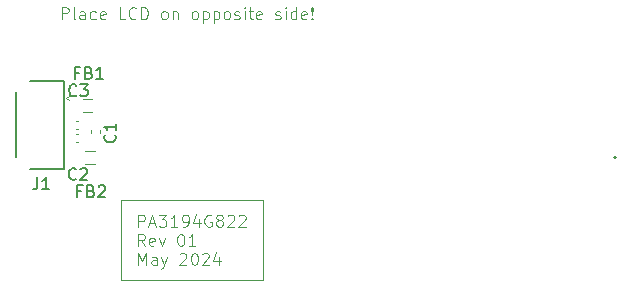
<source format=gbr>
%TF.GenerationSoftware,KiCad,Pcbnew,8.0.2*%
%TF.CreationDate,2024-05-05T22:58:05+02:00*%
%TF.ProjectId,PA3194G822_R01,50413331-3934-4473-9832-325f5230312e,A*%
%TF.SameCoordinates,Original*%
%TF.FileFunction,Legend,Top*%
%TF.FilePolarity,Positive*%
%FSLAX46Y46*%
G04 Gerber Fmt 4.6, Leading zero omitted, Abs format (unit mm)*
G04 Created by KiCad (PCBNEW 8.0.2) date 2024-05-05 22:58:05*
%MOMM*%
%LPD*%
G01*
G04 APERTURE LIST*
%ADD10C,0.100000*%
%ADD11C,0.150000*%
%ADD12C,0.120000*%
%ADD13C,0.152400*%
%ADD14C,0.200000*%
G04 APERTURE END LIST*
D10*
X111725000Y-106325000D02*
X123775000Y-106325000D01*
X123775000Y-113100000D01*
X111725000Y-113100000D01*
X111725000Y-106325000D01*
X106728884Y-91047419D02*
X106728884Y-90047419D01*
X106728884Y-90047419D02*
X107109836Y-90047419D01*
X107109836Y-90047419D02*
X107205074Y-90095038D01*
X107205074Y-90095038D02*
X107252693Y-90142657D01*
X107252693Y-90142657D02*
X107300312Y-90237895D01*
X107300312Y-90237895D02*
X107300312Y-90380752D01*
X107300312Y-90380752D02*
X107252693Y-90475990D01*
X107252693Y-90475990D02*
X107205074Y-90523609D01*
X107205074Y-90523609D02*
X107109836Y-90571228D01*
X107109836Y-90571228D02*
X106728884Y-90571228D01*
X107871741Y-91047419D02*
X107776503Y-90999800D01*
X107776503Y-90999800D02*
X107728884Y-90904561D01*
X107728884Y-90904561D02*
X107728884Y-90047419D01*
X108681265Y-91047419D02*
X108681265Y-90523609D01*
X108681265Y-90523609D02*
X108633646Y-90428371D01*
X108633646Y-90428371D02*
X108538408Y-90380752D01*
X108538408Y-90380752D02*
X108347932Y-90380752D01*
X108347932Y-90380752D02*
X108252694Y-90428371D01*
X108681265Y-90999800D02*
X108586027Y-91047419D01*
X108586027Y-91047419D02*
X108347932Y-91047419D01*
X108347932Y-91047419D02*
X108252694Y-90999800D01*
X108252694Y-90999800D02*
X108205075Y-90904561D01*
X108205075Y-90904561D02*
X108205075Y-90809323D01*
X108205075Y-90809323D02*
X108252694Y-90714085D01*
X108252694Y-90714085D02*
X108347932Y-90666466D01*
X108347932Y-90666466D02*
X108586027Y-90666466D01*
X108586027Y-90666466D02*
X108681265Y-90618847D01*
X109586027Y-90999800D02*
X109490789Y-91047419D01*
X109490789Y-91047419D02*
X109300313Y-91047419D01*
X109300313Y-91047419D02*
X109205075Y-90999800D01*
X109205075Y-90999800D02*
X109157456Y-90952180D01*
X109157456Y-90952180D02*
X109109837Y-90856942D01*
X109109837Y-90856942D02*
X109109837Y-90571228D01*
X109109837Y-90571228D02*
X109157456Y-90475990D01*
X109157456Y-90475990D02*
X109205075Y-90428371D01*
X109205075Y-90428371D02*
X109300313Y-90380752D01*
X109300313Y-90380752D02*
X109490789Y-90380752D01*
X109490789Y-90380752D02*
X109586027Y-90428371D01*
X110395551Y-90999800D02*
X110300313Y-91047419D01*
X110300313Y-91047419D02*
X110109837Y-91047419D01*
X110109837Y-91047419D02*
X110014599Y-90999800D01*
X110014599Y-90999800D02*
X109966980Y-90904561D01*
X109966980Y-90904561D02*
X109966980Y-90523609D01*
X109966980Y-90523609D02*
X110014599Y-90428371D01*
X110014599Y-90428371D02*
X110109837Y-90380752D01*
X110109837Y-90380752D02*
X110300313Y-90380752D01*
X110300313Y-90380752D02*
X110395551Y-90428371D01*
X110395551Y-90428371D02*
X110443170Y-90523609D01*
X110443170Y-90523609D02*
X110443170Y-90618847D01*
X110443170Y-90618847D02*
X109966980Y-90714085D01*
X112109837Y-91047419D02*
X111633647Y-91047419D01*
X111633647Y-91047419D02*
X111633647Y-90047419D01*
X113014599Y-90952180D02*
X112966980Y-90999800D01*
X112966980Y-90999800D02*
X112824123Y-91047419D01*
X112824123Y-91047419D02*
X112728885Y-91047419D01*
X112728885Y-91047419D02*
X112586028Y-90999800D01*
X112586028Y-90999800D02*
X112490790Y-90904561D01*
X112490790Y-90904561D02*
X112443171Y-90809323D01*
X112443171Y-90809323D02*
X112395552Y-90618847D01*
X112395552Y-90618847D02*
X112395552Y-90475990D01*
X112395552Y-90475990D02*
X112443171Y-90285514D01*
X112443171Y-90285514D02*
X112490790Y-90190276D01*
X112490790Y-90190276D02*
X112586028Y-90095038D01*
X112586028Y-90095038D02*
X112728885Y-90047419D01*
X112728885Y-90047419D02*
X112824123Y-90047419D01*
X112824123Y-90047419D02*
X112966980Y-90095038D01*
X112966980Y-90095038D02*
X113014599Y-90142657D01*
X113443171Y-91047419D02*
X113443171Y-90047419D01*
X113443171Y-90047419D02*
X113681266Y-90047419D01*
X113681266Y-90047419D02*
X113824123Y-90095038D01*
X113824123Y-90095038D02*
X113919361Y-90190276D01*
X113919361Y-90190276D02*
X113966980Y-90285514D01*
X113966980Y-90285514D02*
X114014599Y-90475990D01*
X114014599Y-90475990D02*
X114014599Y-90618847D01*
X114014599Y-90618847D02*
X113966980Y-90809323D01*
X113966980Y-90809323D02*
X113919361Y-90904561D01*
X113919361Y-90904561D02*
X113824123Y-90999800D01*
X113824123Y-90999800D02*
X113681266Y-91047419D01*
X113681266Y-91047419D02*
X113443171Y-91047419D01*
X115347933Y-91047419D02*
X115252695Y-90999800D01*
X115252695Y-90999800D02*
X115205076Y-90952180D01*
X115205076Y-90952180D02*
X115157457Y-90856942D01*
X115157457Y-90856942D02*
X115157457Y-90571228D01*
X115157457Y-90571228D02*
X115205076Y-90475990D01*
X115205076Y-90475990D02*
X115252695Y-90428371D01*
X115252695Y-90428371D02*
X115347933Y-90380752D01*
X115347933Y-90380752D02*
X115490790Y-90380752D01*
X115490790Y-90380752D02*
X115586028Y-90428371D01*
X115586028Y-90428371D02*
X115633647Y-90475990D01*
X115633647Y-90475990D02*
X115681266Y-90571228D01*
X115681266Y-90571228D02*
X115681266Y-90856942D01*
X115681266Y-90856942D02*
X115633647Y-90952180D01*
X115633647Y-90952180D02*
X115586028Y-90999800D01*
X115586028Y-90999800D02*
X115490790Y-91047419D01*
X115490790Y-91047419D02*
X115347933Y-91047419D01*
X116109838Y-90380752D02*
X116109838Y-91047419D01*
X116109838Y-90475990D02*
X116157457Y-90428371D01*
X116157457Y-90428371D02*
X116252695Y-90380752D01*
X116252695Y-90380752D02*
X116395552Y-90380752D01*
X116395552Y-90380752D02*
X116490790Y-90428371D01*
X116490790Y-90428371D02*
X116538409Y-90523609D01*
X116538409Y-90523609D02*
X116538409Y-91047419D01*
X117919362Y-91047419D02*
X117824124Y-90999800D01*
X117824124Y-90999800D02*
X117776505Y-90952180D01*
X117776505Y-90952180D02*
X117728886Y-90856942D01*
X117728886Y-90856942D02*
X117728886Y-90571228D01*
X117728886Y-90571228D02*
X117776505Y-90475990D01*
X117776505Y-90475990D02*
X117824124Y-90428371D01*
X117824124Y-90428371D02*
X117919362Y-90380752D01*
X117919362Y-90380752D02*
X118062219Y-90380752D01*
X118062219Y-90380752D02*
X118157457Y-90428371D01*
X118157457Y-90428371D02*
X118205076Y-90475990D01*
X118205076Y-90475990D02*
X118252695Y-90571228D01*
X118252695Y-90571228D02*
X118252695Y-90856942D01*
X118252695Y-90856942D02*
X118205076Y-90952180D01*
X118205076Y-90952180D02*
X118157457Y-90999800D01*
X118157457Y-90999800D02*
X118062219Y-91047419D01*
X118062219Y-91047419D02*
X117919362Y-91047419D01*
X118681267Y-90380752D02*
X118681267Y-91380752D01*
X118681267Y-90428371D02*
X118776505Y-90380752D01*
X118776505Y-90380752D02*
X118966981Y-90380752D01*
X118966981Y-90380752D02*
X119062219Y-90428371D01*
X119062219Y-90428371D02*
X119109838Y-90475990D01*
X119109838Y-90475990D02*
X119157457Y-90571228D01*
X119157457Y-90571228D02*
X119157457Y-90856942D01*
X119157457Y-90856942D02*
X119109838Y-90952180D01*
X119109838Y-90952180D02*
X119062219Y-90999800D01*
X119062219Y-90999800D02*
X118966981Y-91047419D01*
X118966981Y-91047419D02*
X118776505Y-91047419D01*
X118776505Y-91047419D02*
X118681267Y-90999800D01*
X119586029Y-90380752D02*
X119586029Y-91380752D01*
X119586029Y-90428371D02*
X119681267Y-90380752D01*
X119681267Y-90380752D02*
X119871743Y-90380752D01*
X119871743Y-90380752D02*
X119966981Y-90428371D01*
X119966981Y-90428371D02*
X120014600Y-90475990D01*
X120014600Y-90475990D02*
X120062219Y-90571228D01*
X120062219Y-90571228D02*
X120062219Y-90856942D01*
X120062219Y-90856942D02*
X120014600Y-90952180D01*
X120014600Y-90952180D02*
X119966981Y-90999800D01*
X119966981Y-90999800D02*
X119871743Y-91047419D01*
X119871743Y-91047419D02*
X119681267Y-91047419D01*
X119681267Y-91047419D02*
X119586029Y-90999800D01*
X120633648Y-91047419D02*
X120538410Y-90999800D01*
X120538410Y-90999800D02*
X120490791Y-90952180D01*
X120490791Y-90952180D02*
X120443172Y-90856942D01*
X120443172Y-90856942D02*
X120443172Y-90571228D01*
X120443172Y-90571228D02*
X120490791Y-90475990D01*
X120490791Y-90475990D02*
X120538410Y-90428371D01*
X120538410Y-90428371D02*
X120633648Y-90380752D01*
X120633648Y-90380752D02*
X120776505Y-90380752D01*
X120776505Y-90380752D02*
X120871743Y-90428371D01*
X120871743Y-90428371D02*
X120919362Y-90475990D01*
X120919362Y-90475990D02*
X120966981Y-90571228D01*
X120966981Y-90571228D02*
X120966981Y-90856942D01*
X120966981Y-90856942D02*
X120919362Y-90952180D01*
X120919362Y-90952180D02*
X120871743Y-90999800D01*
X120871743Y-90999800D02*
X120776505Y-91047419D01*
X120776505Y-91047419D02*
X120633648Y-91047419D01*
X121347934Y-90999800D02*
X121443172Y-91047419D01*
X121443172Y-91047419D02*
X121633648Y-91047419D01*
X121633648Y-91047419D02*
X121728886Y-90999800D01*
X121728886Y-90999800D02*
X121776505Y-90904561D01*
X121776505Y-90904561D02*
X121776505Y-90856942D01*
X121776505Y-90856942D02*
X121728886Y-90761704D01*
X121728886Y-90761704D02*
X121633648Y-90714085D01*
X121633648Y-90714085D02*
X121490791Y-90714085D01*
X121490791Y-90714085D02*
X121395553Y-90666466D01*
X121395553Y-90666466D02*
X121347934Y-90571228D01*
X121347934Y-90571228D02*
X121347934Y-90523609D01*
X121347934Y-90523609D02*
X121395553Y-90428371D01*
X121395553Y-90428371D02*
X121490791Y-90380752D01*
X121490791Y-90380752D02*
X121633648Y-90380752D01*
X121633648Y-90380752D02*
X121728886Y-90428371D01*
X122205077Y-91047419D02*
X122205077Y-90380752D01*
X122205077Y-90047419D02*
X122157458Y-90095038D01*
X122157458Y-90095038D02*
X122205077Y-90142657D01*
X122205077Y-90142657D02*
X122252696Y-90095038D01*
X122252696Y-90095038D02*
X122205077Y-90047419D01*
X122205077Y-90047419D02*
X122205077Y-90142657D01*
X122538410Y-90380752D02*
X122919362Y-90380752D01*
X122681267Y-90047419D02*
X122681267Y-90904561D01*
X122681267Y-90904561D02*
X122728886Y-90999800D01*
X122728886Y-90999800D02*
X122824124Y-91047419D01*
X122824124Y-91047419D02*
X122919362Y-91047419D01*
X123633648Y-90999800D02*
X123538410Y-91047419D01*
X123538410Y-91047419D02*
X123347934Y-91047419D01*
X123347934Y-91047419D02*
X123252696Y-90999800D01*
X123252696Y-90999800D02*
X123205077Y-90904561D01*
X123205077Y-90904561D02*
X123205077Y-90523609D01*
X123205077Y-90523609D02*
X123252696Y-90428371D01*
X123252696Y-90428371D02*
X123347934Y-90380752D01*
X123347934Y-90380752D02*
X123538410Y-90380752D01*
X123538410Y-90380752D02*
X123633648Y-90428371D01*
X123633648Y-90428371D02*
X123681267Y-90523609D01*
X123681267Y-90523609D02*
X123681267Y-90618847D01*
X123681267Y-90618847D02*
X123205077Y-90714085D01*
X124824125Y-90999800D02*
X124919363Y-91047419D01*
X124919363Y-91047419D02*
X125109839Y-91047419D01*
X125109839Y-91047419D02*
X125205077Y-90999800D01*
X125205077Y-90999800D02*
X125252696Y-90904561D01*
X125252696Y-90904561D02*
X125252696Y-90856942D01*
X125252696Y-90856942D02*
X125205077Y-90761704D01*
X125205077Y-90761704D02*
X125109839Y-90714085D01*
X125109839Y-90714085D02*
X124966982Y-90714085D01*
X124966982Y-90714085D02*
X124871744Y-90666466D01*
X124871744Y-90666466D02*
X124824125Y-90571228D01*
X124824125Y-90571228D02*
X124824125Y-90523609D01*
X124824125Y-90523609D02*
X124871744Y-90428371D01*
X124871744Y-90428371D02*
X124966982Y-90380752D01*
X124966982Y-90380752D02*
X125109839Y-90380752D01*
X125109839Y-90380752D02*
X125205077Y-90428371D01*
X125681268Y-91047419D02*
X125681268Y-90380752D01*
X125681268Y-90047419D02*
X125633649Y-90095038D01*
X125633649Y-90095038D02*
X125681268Y-90142657D01*
X125681268Y-90142657D02*
X125728887Y-90095038D01*
X125728887Y-90095038D02*
X125681268Y-90047419D01*
X125681268Y-90047419D02*
X125681268Y-90142657D01*
X126586029Y-91047419D02*
X126586029Y-90047419D01*
X126586029Y-90999800D02*
X126490791Y-91047419D01*
X126490791Y-91047419D02*
X126300315Y-91047419D01*
X126300315Y-91047419D02*
X126205077Y-90999800D01*
X126205077Y-90999800D02*
X126157458Y-90952180D01*
X126157458Y-90952180D02*
X126109839Y-90856942D01*
X126109839Y-90856942D02*
X126109839Y-90571228D01*
X126109839Y-90571228D02*
X126157458Y-90475990D01*
X126157458Y-90475990D02*
X126205077Y-90428371D01*
X126205077Y-90428371D02*
X126300315Y-90380752D01*
X126300315Y-90380752D02*
X126490791Y-90380752D01*
X126490791Y-90380752D02*
X126586029Y-90428371D01*
X127443172Y-90999800D02*
X127347934Y-91047419D01*
X127347934Y-91047419D02*
X127157458Y-91047419D01*
X127157458Y-91047419D02*
X127062220Y-90999800D01*
X127062220Y-90999800D02*
X127014601Y-90904561D01*
X127014601Y-90904561D02*
X127014601Y-90523609D01*
X127014601Y-90523609D02*
X127062220Y-90428371D01*
X127062220Y-90428371D02*
X127157458Y-90380752D01*
X127157458Y-90380752D02*
X127347934Y-90380752D01*
X127347934Y-90380752D02*
X127443172Y-90428371D01*
X127443172Y-90428371D02*
X127490791Y-90523609D01*
X127490791Y-90523609D02*
X127490791Y-90618847D01*
X127490791Y-90618847D02*
X127014601Y-90714085D01*
X127919363Y-90952180D02*
X127966982Y-90999800D01*
X127966982Y-90999800D02*
X127919363Y-91047419D01*
X127919363Y-91047419D02*
X127871744Y-90999800D01*
X127871744Y-90999800D02*
X127919363Y-90952180D01*
X127919363Y-90952180D02*
X127919363Y-91047419D01*
X127919363Y-90666466D02*
X127871744Y-90095038D01*
X127871744Y-90095038D02*
X127919363Y-90047419D01*
X127919363Y-90047419D02*
X127966982Y-90095038D01*
X127966982Y-90095038D02*
X127919363Y-90666466D01*
X127919363Y-90666466D02*
X127919363Y-90047419D01*
X113191384Y-108627531D02*
X113191384Y-107627531D01*
X113191384Y-107627531D02*
X113572336Y-107627531D01*
X113572336Y-107627531D02*
X113667574Y-107675150D01*
X113667574Y-107675150D02*
X113715193Y-107722769D01*
X113715193Y-107722769D02*
X113762812Y-107818007D01*
X113762812Y-107818007D02*
X113762812Y-107960864D01*
X113762812Y-107960864D02*
X113715193Y-108056102D01*
X113715193Y-108056102D02*
X113667574Y-108103721D01*
X113667574Y-108103721D02*
X113572336Y-108151340D01*
X113572336Y-108151340D02*
X113191384Y-108151340D01*
X114143765Y-108341816D02*
X114619955Y-108341816D01*
X114048527Y-108627531D02*
X114381860Y-107627531D01*
X114381860Y-107627531D02*
X114715193Y-108627531D01*
X114953289Y-107627531D02*
X115572336Y-107627531D01*
X115572336Y-107627531D02*
X115239003Y-108008483D01*
X115239003Y-108008483D02*
X115381860Y-108008483D01*
X115381860Y-108008483D02*
X115477098Y-108056102D01*
X115477098Y-108056102D02*
X115524717Y-108103721D01*
X115524717Y-108103721D02*
X115572336Y-108198959D01*
X115572336Y-108198959D02*
X115572336Y-108437054D01*
X115572336Y-108437054D02*
X115524717Y-108532292D01*
X115524717Y-108532292D02*
X115477098Y-108579912D01*
X115477098Y-108579912D02*
X115381860Y-108627531D01*
X115381860Y-108627531D02*
X115096146Y-108627531D01*
X115096146Y-108627531D02*
X115000908Y-108579912D01*
X115000908Y-108579912D02*
X114953289Y-108532292D01*
X116524717Y-108627531D02*
X115953289Y-108627531D01*
X116239003Y-108627531D02*
X116239003Y-107627531D01*
X116239003Y-107627531D02*
X116143765Y-107770388D01*
X116143765Y-107770388D02*
X116048527Y-107865626D01*
X116048527Y-107865626D02*
X115953289Y-107913245D01*
X117000908Y-108627531D02*
X117191384Y-108627531D01*
X117191384Y-108627531D02*
X117286622Y-108579912D01*
X117286622Y-108579912D02*
X117334241Y-108532292D01*
X117334241Y-108532292D02*
X117429479Y-108389435D01*
X117429479Y-108389435D02*
X117477098Y-108198959D01*
X117477098Y-108198959D02*
X117477098Y-107818007D01*
X117477098Y-107818007D02*
X117429479Y-107722769D01*
X117429479Y-107722769D02*
X117381860Y-107675150D01*
X117381860Y-107675150D02*
X117286622Y-107627531D01*
X117286622Y-107627531D02*
X117096146Y-107627531D01*
X117096146Y-107627531D02*
X117000908Y-107675150D01*
X117000908Y-107675150D02*
X116953289Y-107722769D01*
X116953289Y-107722769D02*
X116905670Y-107818007D01*
X116905670Y-107818007D02*
X116905670Y-108056102D01*
X116905670Y-108056102D02*
X116953289Y-108151340D01*
X116953289Y-108151340D02*
X117000908Y-108198959D01*
X117000908Y-108198959D02*
X117096146Y-108246578D01*
X117096146Y-108246578D02*
X117286622Y-108246578D01*
X117286622Y-108246578D02*
X117381860Y-108198959D01*
X117381860Y-108198959D02*
X117429479Y-108151340D01*
X117429479Y-108151340D02*
X117477098Y-108056102D01*
X118334241Y-107960864D02*
X118334241Y-108627531D01*
X118096146Y-107579912D02*
X117858051Y-108294197D01*
X117858051Y-108294197D02*
X118477098Y-108294197D01*
X119381860Y-107675150D02*
X119286622Y-107627531D01*
X119286622Y-107627531D02*
X119143765Y-107627531D01*
X119143765Y-107627531D02*
X119000908Y-107675150D01*
X119000908Y-107675150D02*
X118905670Y-107770388D01*
X118905670Y-107770388D02*
X118858051Y-107865626D01*
X118858051Y-107865626D02*
X118810432Y-108056102D01*
X118810432Y-108056102D02*
X118810432Y-108198959D01*
X118810432Y-108198959D02*
X118858051Y-108389435D01*
X118858051Y-108389435D02*
X118905670Y-108484673D01*
X118905670Y-108484673D02*
X119000908Y-108579912D01*
X119000908Y-108579912D02*
X119143765Y-108627531D01*
X119143765Y-108627531D02*
X119239003Y-108627531D01*
X119239003Y-108627531D02*
X119381860Y-108579912D01*
X119381860Y-108579912D02*
X119429479Y-108532292D01*
X119429479Y-108532292D02*
X119429479Y-108198959D01*
X119429479Y-108198959D02*
X119239003Y-108198959D01*
X120000908Y-108056102D02*
X119905670Y-108008483D01*
X119905670Y-108008483D02*
X119858051Y-107960864D01*
X119858051Y-107960864D02*
X119810432Y-107865626D01*
X119810432Y-107865626D02*
X119810432Y-107818007D01*
X119810432Y-107818007D02*
X119858051Y-107722769D01*
X119858051Y-107722769D02*
X119905670Y-107675150D01*
X119905670Y-107675150D02*
X120000908Y-107627531D01*
X120000908Y-107627531D02*
X120191384Y-107627531D01*
X120191384Y-107627531D02*
X120286622Y-107675150D01*
X120286622Y-107675150D02*
X120334241Y-107722769D01*
X120334241Y-107722769D02*
X120381860Y-107818007D01*
X120381860Y-107818007D02*
X120381860Y-107865626D01*
X120381860Y-107865626D02*
X120334241Y-107960864D01*
X120334241Y-107960864D02*
X120286622Y-108008483D01*
X120286622Y-108008483D02*
X120191384Y-108056102D01*
X120191384Y-108056102D02*
X120000908Y-108056102D01*
X120000908Y-108056102D02*
X119905670Y-108103721D01*
X119905670Y-108103721D02*
X119858051Y-108151340D01*
X119858051Y-108151340D02*
X119810432Y-108246578D01*
X119810432Y-108246578D02*
X119810432Y-108437054D01*
X119810432Y-108437054D02*
X119858051Y-108532292D01*
X119858051Y-108532292D02*
X119905670Y-108579912D01*
X119905670Y-108579912D02*
X120000908Y-108627531D01*
X120000908Y-108627531D02*
X120191384Y-108627531D01*
X120191384Y-108627531D02*
X120286622Y-108579912D01*
X120286622Y-108579912D02*
X120334241Y-108532292D01*
X120334241Y-108532292D02*
X120381860Y-108437054D01*
X120381860Y-108437054D02*
X120381860Y-108246578D01*
X120381860Y-108246578D02*
X120334241Y-108151340D01*
X120334241Y-108151340D02*
X120286622Y-108103721D01*
X120286622Y-108103721D02*
X120191384Y-108056102D01*
X120762813Y-107722769D02*
X120810432Y-107675150D01*
X120810432Y-107675150D02*
X120905670Y-107627531D01*
X120905670Y-107627531D02*
X121143765Y-107627531D01*
X121143765Y-107627531D02*
X121239003Y-107675150D01*
X121239003Y-107675150D02*
X121286622Y-107722769D01*
X121286622Y-107722769D02*
X121334241Y-107818007D01*
X121334241Y-107818007D02*
X121334241Y-107913245D01*
X121334241Y-107913245D02*
X121286622Y-108056102D01*
X121286622Y-108056102D02*
X120715194Y-108627531D01*
X120715194Y-108627531D02*
X121334241Y-108627531D01*
X121715194Y-107722769D02*
X121762813Y-107675150D01*
X121762813Y-107675150D02*
X121858051Y-107627531D01*
X121858051Y-107627531D02*
X122096146Y-107627531D01*
X122096146Y-107627531D02*
X122191384Y-107675150D01*
X122191384Y-107675150D02*
X122239003Y-107722769D01*
X122239003Y-107722769D02*
X122286622Y-107818007D01*
X122286622Y-107818007D02*
X122286622Y-107913245D01*
X122286622Y-107913245D02*
X122239003Y-108056102D01*
X122239003Y-108056102D02*
X121667575Y-108627531D01*
X121667575Y-108627531D02*
X122286622Y-108627531D01*
X113762812Y-110237475D02*
X113429479Y-109761284D01*
X113191384Y-110237475D02*
X113191384Y-109237475D01*
X113191384Y-109237475D02*
X113572336Y-109237475D01*
X113572336Y-109237475D02*
X113667574Y-109285094D01*
X113667574Y-109285094D02*
X113715193Y-109332713D01*
X113715193Y-109332713D02*
X113762812Y-109427951D01*
X113762812Y-109427951D02*
X113762812Y-109570808D01*
X113762812Y-109570808D02*
X113715193Y-109666046D01*
X113715193Y-109666046D02*
X113667574Y-109713665D01*
X113667574Y-109713665D02*
X113572336Y-109761284D01*
X113572336Y-109761284D02*
X113191384Y-109761284D01*
X114572336Y-110189856D02*
X114477098Y-110237475D01*
X114477098Y-110237475D02*
X114286622Y-110237475D01*
X114286622Y-110237475D02*
X114191384Y-110189856D01*
X114191384Y-110189856D02*
X114143765Y-110094617D01*
X114143765Y-110094617D02*
X114143765Y-109713665D01*
X114143765Y-109713665D02*
X114191384Y-109618427D01*
X114191384Y-109618427D02*
X114286622Y-109570808D01*
X114286622Y-109570808D02*
X114477098Y-109570808D01*
X114477098Y-109570808D02*
X114572336Y-109618427D01*
X114572336Y-109618427D02*
X114619955Y-109713665D01*
X114619955Y-109713665D02*
X114619955Y-109808903D01*
X114619955Y-109808903D02*
X114143765Y-109904141D01*
X114953289Y-109570808D02*
X115191384Y-110237475D01*
X115191384Y-110237475D02*
X115429479Y-109570808D01*
X116762813Y-109237475D02*
X116858051Y-109237475D01*
X116858051Y-109237475D02*
X116953289Y-109285094D01*
X116953289Y-109285094D02*
X117000908Y-109332713D01*
X117000908Y-109332713D02*
X117048527Y-109427951D01*
X117048527Y-109427951D02*
X117096146Y-109618427D01*
X117096146Y-109618427D02*
X117096146Y-109856522D01*
X117096146Y-109856522D02*
X117048527Y-110046998D01*
X117048527Y-110046998D02*
X117000908Y-110142236D01*
X117000908Y-110142236D02*
X116953289Y-110189856D01*
X116953289Y-110189856D02*
X116858051Y-110237475D01*
X116858051Y-110237475D02*
X116762813Y-110237475D01*
X116762813Y-110237475D02*
X116667575Y-110189856D01*
X116667575Y-110189856D02*
X116619956Y-110142236D01*
X116619956Y-110142236D02*
X116572337Y-110046998D01*
X116572337Y-110046998D02*
X116524718Y-109856522D01*
X116524718Y-109856522D02*
X116524718Y-109618427D01*
X116524718Y-109618427D02*
X116572337Y-109427951D01*
X116572337Y-109427951D02*
X116619956Y-109332713D01*
X116619956Y-109332713D02*
X116667575Y-109285094D01*
X116667575Y-109285094D02*
X116762813Y-109237475D01*
X118048527Y-110237475D02*
X117477099Y-110237475D01*
X117762813Y-110237475D02*
X117762813Y-109237475D01*
X117762813Y-109237475D02*
X117667575Y-109380332D01*
X117667575Y-109380332D02*
X117572337Y-109475570D01*
X117572337Y-109475570D02*
X117477099Y-109523189D01*
X113191384Y-111847419D02*
X113191384Y-110847419D01*
X113191384Y-110847419D02*
X113524717Y-111561704D01*
X113524717Y-111561704D02*
X113858050Y-110847419D01*
X113858050Y-110847419D02*
X113858050Y-111847419D01*
X114762812Y-111847419D02*
X114762812Y-111323609D01*
X114762812Y-111323609D02*
X114715193Y-111228371D01*
X114715193Y-111228371D02*
X114619955Y-111180752D01*
X114619955Y-111180752D02*
X114429479Y-111180752D01*
X114429479Y-111180752D02*
X114334241Y-111228371D01*
X114762812Y-111799800D02*
X114667574Y-111847419D01*
X114667574Y-111847419D02*
X114429479Y-111847419D01*
X114429479Y-111847419D02*
X114334241Y-111799800D01*
X114334241Y-111799800D02*
X114286622Y-111704561D01*
X114286622Y-111704561D02*
X114286622Y-111609323D01*
X114286622Y-111609323D02*
X114334241Y-111514085D01*
X114334241Y-111514085D02*
X114429479Y-111466466D01*
X114429479Y-111466466D02*
X114667574Y-111466466D01*
X114667574Y-111466466D02*
X114762812Y-111418847D01*
X115143765Y-111180752D02*
X115381860Y-111847419D01*
X115619955Y-111180752D02*
X115381860Y-111847419D01*
X115381860Y-111847419D02*
X115286622Y-112085514D01*
X115286622Y-112085514D02*
X115239003Y-112133133D01*
X115239003Y-112133133D02*
X115143765Y-112180752D01*
X116715194Y-110942657D02*
X116762813Y-110895038D01*
X116762813Y-110895038D02*
X116858051Y-110847419D01*
X116858051Y-110847419D02*
X117096146Y-110847419D01*
X117096146Y-110847419D02*
X117191384Y-110895038D01*
X117191384Y-110895038D02*
X117239003Y-110942657D01*
X117239003Y-110942657D02*
X117286622Y-111037895D01*
X117286622Y-111037895D02*
X117286622Y-111133133D01*
X117286622Y-111133133D02*
X117239003Y-111275990D01*
X117239003Y-111275990D02*
X116667575Y-111847419D01*
X116667575Y-111847419D02*
X117286622Y-111847419D01*
X117905670Y-110847419D02*
X118000908Y-110847419D01*
X118000908Y-110847419D02*
X118096146Y-110895038D01*
X118096146Y-110895038D02*
X118143765Y-110942657D01*
X118143765Y-110942657D02*
X118191384Y-111037895D01*
X118191384Y-111037895D02*
X118239003Y-111228371D01*
X118239003Y-111228371D02*
X118239003Y-111466466D01*
X118239003Y-111466466D02*
X118191384Y-111656942D01*
X118191384Y-111656942D02*
X118143765Y-111752180D01*
X118143765Y-111752180D02*
X118096146Y-111799800D01*
X118096146Y-111799800D02*
X118000908Y-111847419D01*
X118000908Y-111847419D02*
X117905670Y-111847419D01*
X117905670Y-111847419D02*
X117810432Y-111799800D01*
X117810432Y-111799800D02*
X117762813Y-111752180D01*
X117762813Y-111752180D02*
X117715194Y-111656942D01*
X117715194Y-111656942D02*
X117667575Y-111466466D01*
X117667575Y-111466466D02*
X117667575Y-111228371D01*
X117667575Y-111228371D02*
X117715194Y-111037895D01*
X117715194Y-111037895D02*
X117762813Y-110942657D01*
X117762813Y-110942657D02*
X117810432Y-110895038D01*
X117810432Y-110895038D02*
X117905670Y-110847419D01*
X118619956Y-110942657D02*
X118667575Y-110895038D01*
X118667575Y-110895038D02*
X118762813Y-110847419D01*
X118762813Y-110847419D02*
X119000908Y-110847419D01*
X119000908Y-110847419D02*
X119096146Y-110895038D01*
X119096146Y-110895038D02*
X119143765Y-110942657D01*
X119143765Y-110942657D02*
X119191384Y-111037895D01*
X119191384Y-111037895D02*
X119191384Y-111133133D01*
X119191384Y-111133133D02*
X119143765Y-111275990D01*
X119143765Y-111275990D02*
X118572337Y-111847419D01*
X118572337Y-111847419D02*
X119191384Y-111847419D01*
X120048527Y-111180752D02*
X120048527Y-111847419D01*
X119810432Y-110799800D02*
X119572337Y-111514085D01*
X119572337Y-111514085D02*
X120191384Y-111514085D01*
D11*
X107933333Y-104559580D02*
X107885714Y-104607200D01*
X107885714Y-104607200D02*
X107742857Y-104654819D01*
X107742857Y-104654819D02*
X107647619Y-104654819D01*
X107647619Y-104654819D02*
X107504762Y-104607200D01*
X107504762Y-104607200D02*
X107409524Y-104511961D01*
X107409524Y-104511961D02*
X107361905Y-104416723D01*
X107361905Y-104416723D02*
X107314286Y-104226247D01*
X107314286Y-104226247D02*
X107314286Y-104083390D01*
X107314286Y-104083390D02*
X107361905Y-103892914D01*
X107361905Y-103892914D02*
X107409524Y-103797676D01*
X107409524Y-103797676D02*
X107504762Y-103702438D01*
X107504762Y-103702438D02*
X107647619Y-103654819D01*
X107647619Y-103654819D02*
X107742857Y-103654819D01*
X107742857Y-103654819D02*
X107885714Y-103702438D01*
X107885714Y-103702438D02*
X107933333Y-103750057D01*
X108314286Y-103750057D02*
X108361905Y-103702438D01*
X108361905Y-103702438D02*
X108457143Y-103654819D01*
X108457143Y-103654819D02*
X108695238Y-103654819D01*
X108695238Y-103654819D02*
X108790476Y-103702438D01*
X108790476Y-103702438D02*
X108838095Y-103750057D01*
X108838095Y-103750057D02*
X108885714Y-103845295D01*
X108885714Y-103845295D02*
X108885714Y-103940533D01*
X108885714Y-103940533D02*
X108838095Y-104083390D01*
X108838095Y-104083390D02*
X108266667Y-104654819D01*
X108266667Y-104654819D02*
X108885714Y-104654819D01*
X111209580Y-100841666D02*
X111257200Y-100889285D01*
X111257200Y-100889285D02*
X111304819Y-101032142D01*
X111304819Y-101032142D02*
X111304819Y-101127380D01*
X111304819Y-101127380D02*
X111257200Y-101270237D01*
X111257200Y-101270237D02*
X111161961Y-101365475D01*
X111161961Y-101365475D02*
X111066723Y-101413094D01*
X111066723Y-101413094D02*
X110876247Y-101460713D01*
X110876247Y-101460713D02*
X110733390Y-101460713D01*
X110733390Y-101460713D02*
X110542914Y-101413094D01*
X110542914Y-101413094D02*
X110447676Y-101365475D01*
X110447676Y-101365475D02*
X110352438Y-101270237D01*
X110352438Y-101270237D02*
X110304819Y-101127380D01*
X110304819Y-101127380D02*
X110304819Y-101032142D01*
X110304819Y-101032142D02*
X110352438Y-100889285D01*
X110352438Y-100889285D02*
X110400057Y-100841666D01*
X111304819Y-99889285D02*
X111304819Y-100460713D01*
X111304819Y-100174999D02*
X110304819Y-100174999D01*
X110304819Y-100174999D02*
X110447676Y-100270237D01*
X110447676Y-100270237D02*
X110542914Y-100365475D01*
X110542914Y-100365475D02*
X110590533Y-100460713D01*
X108166666Y-95581009D02*
X107833333Y-95581009D01*
X107833333Y-96104819D02*
X107833333Y-95104819D01*
X107833333Y-95104819D02*
X108309523Y-95104819D01*
X109023809Y-95581009D02*
X109166666Y-95628628D01*
X109166666Y-95628628D02*
X109214285Y-95676247D01*
X109214285Y-95676247D02*
X109261904Y-95771485D01*
X109261904Y-95771485D02*
X109261904Y-95914342D01*
X109261904Y-95914342D02*
X109214285Y-96009580D01*
X109214285Y-96009580D02*
X109166666Y-96057200D01*
X109166666Y-96057200D02*
X109071428Y-96104819D01*
X109071428Y-96104819D02*
X108690476Y-96104819D01*
X108690476Y-96104819D02*
X108690476Y-95104819D01*
X108690476Y-95104819D02*
X109023809Y-95104819D01*
X109023809Y-95104819D02*
X109119047Y-95152438D01*
X109119047Y-95152438D02*
X109166666Y-95200057D01*
X109166666Y-95200057D02*
X109214285Y-95295295D01*
X109214285Y-95295295D02*
X109214285Y-95390533D01*
X109214285Y-95390533D02*
X109166666Y-95485771D01*
X109166666Y-95485771D02*
X109119047Y-95533390D01*
X109119047Y-95533390D02*
X109023809Y-95581009D01*
X109023809Y-95581009D02*
X108690476Y-95581009D01*
X110214285Y-96104819D02*
X109642857Y-96104819D01*
X109928571Y-96104819D02*
X109928571Y-95104819D01*
X109928571Y-95104819D02*
X109833333Y-95247676D01*
X109833333Y-95247676D02*
X109738095Y-95342914D01*
X109738095Y-95342914D02*
X109642857Y-95390533D01*
X104666666Y-104454819D02*
X104666666Y-105169104D01*
X104666666Y-105169104D02*
X104619047Y-105311961D01*
X104619047Y-105311961D02*
X104523809Y-105407200D01*
X104523809Y-105407200D02*
X104380952Y-105454819D01*
X104380952Y-105454819D02*
X104285714Y-105454819D01*
X105666666Y-105454819D02*
X105095238Y-105454819D01*
X105380952Y-105454819D02*
X105380952Y-104454819D01*
X105380952Y-104454819D02*
X105285714Y-104597676D01*
X105285714Y-104597676D02*
X105190476Y-104692914D01*
X105190476Y-104692914D02*
X105095238Y-104740533D01*
X108366666Y-105606009D02*
X108033333Y-105606009D01*
X108033333Y-106129819D02*
X108033333Y-105129819D01*
X108033333Y-105129819D02*
X108509523Y-105129819D01*
X109223809Y-105606009D02*
X109366666Y-105653628D01*
X109366666Y-105653628D02*
X109414285Y-105701247D01*
X109414285Y-105701247D02*
X109461904Y-105796485D01*
X109461904Y-105796485D02*
X109461904Y-105939342D01*
X109461904Y-105939342D02*
X109414285Y-106034580D01*
X109414285Y-106034580D02*
X109366666Y-106082200D01*
X109366666Y-106082200D02*
X109271428Y-106129819D01*
X109271428Y-106129819D02*
X108890476Y-106129819D01*
X108890476Y-106129819D02*
X108890476Y-105129819D01*
X108890476Y-105129819D02*
X109223809Y-105129819D01*
X109223809Y-105129819D02*
X109319047Y-105177438D01*
X109319047Y-105177438D02*
X109366666Y-105225057D01*
X109366666Y-105225057D02*
X109414285Y-105320295D01*
X109414285Y-105320295D02*
X109414285Y-105415533D01*
X109414285Y-105415533D02*
X109366666Y-105510771D01*
X109366666Y-105510771D02*
X109319047Y-105558390D01*
X109319047Y-105558390D02*
X109223809Y-105606009D01*
X109223809Y-105606009D02*
X108890476Y-105606009D01*
X109842857Y-105225057D02*
X109890476Y-105177438D01*
X109890476Y-105177438D02*
X109985714Y-105129819D01*
X109985714Y-105129819D02*
X110223809Y-105129819D01*
X110223809Y-105129819D02*
X110319047Y-105177438D01*
X110319047Y-105177438D02*
X110366666Y-105225057D01*
X110366666Y-105225057D02*
X110414285Y-105320295D01*
X110414285Y-105320295D02*
X110414285Y-105415533D01*
X110414285Y-105415533D02*
X110366666Y-105558390D01*
X110366666Y-105558390D02*
X109795238Y-106129819D01*
X109795238Y-106129819D02*
X110414285Y-106129819D01*
X107958333Y-97484580D02*
X107910714Y-97532200D01*
X107910714Y-97532200D02*
X107767857Y-97579819D01*
X107767857Y-97579819D02*
X107672619Y-97579819D01*
X107672619Y-97579819D02*
X107529762Y-97532200D01*
X107529762Y-97532200D02*
X107434524Y-97436961D01*
X107434524Y-97436961D02*
X107386905Y-97341723D01*
X107386905Y-97341723D02*
X107339286Y-97151247D01*
X107339286Y-97151247D02*
X107339286Y-97008390D01*
X107339286Y-97008390D02*
X107386905Y-96817914D01*
X107386905Y-96817914D02*
X107434524Y-96722676D01*
X107434524Y-96722676D02*
X107529762Y-96627438D01*
X107529762Y-96627438D02*
X107672619Y-96579819D01*
X107672619Y-96579819D02*
X107767857Y-96579819D01*
X107767857Y-96579819D02*
X107910714Y-96627438D01*
X107910714Y-96627438D02*
X107958333Y-96675057D01*
X108291667Y-96579819D02*
X108910714Y-96579819D01*
X108910714Y-96579819D02*
X108577381Y-96960771D01*
X108577381Y-96960771D02*
X108720238Y-96960771D01*
X108720238Y-96960771D02*
X108815476Y-97008390D01*
X108815476Y-97008390D02*
X108863095Y-97056009D01*
X108863095Y-97056009D02*
X108910714Y-97151247D01*
X108910714Y-97151247D02*
X108910714Y-97389342D01*
X108910714Y-97389342D02*
X108863095Y-97484580D01*
X108863095Y-97484580D02*
X108815476Y-97532200D01*
X108815476Y-97532200D02*
X108720238Y-97579819D01*
X108720238Y-97579819D02*
X108434524Y-97579819D01*
X108434524Y-97579819D02*
X108339286Y-97532200D01*
X108339286Y-97532200D02*
X108291667Y-97484580D01*
D12*
%TO.C,C2*%
X107917164Y-100740000D02*
X108132836Y-100740000D01*
X107917164Y-101460000D02*
X108132836Y-101460000D01*
%TO.C,C1*%
X109240000Y-100682836D02*
X109240000Y-100467164D01*
X109960000Y-100682836D02*
X109960000Y-100467164D01*
%TO.C,FB1*%
X108500378Y-97815000D02*
X109299622Y-97815000D01*
X108500378Y-98935000D02*
X109299622Y-98935000D01*
D13*
%TO.C,J1*%
X102850376Y-97237683D02*
X102850376Y-102745517D01*
X104050000Y-103700000D02*
X106900000Y-103700000D01*
X106900000Y-96300000D02*
X104050000Y-96300000D01*
X106900000Y-103700000D02*
X106900000Y-96300000D01*
D10*
X107080000Y-97740000D02*
X107330000Y-97890000D01*
X107330000Y-97590000D02*
X107080000Y-97740000D01*
D12*
%TO.C,FB2*%
X109524622Y-102190000D02*
X108725378Y-102190000D01*
X109524622Y-103310000D02*
X108725378Y-103310000D01*
D14*
%TO.C,J2*%
X153670000Y-102740000D02*
G75*
G02*
X153470000Y-102740000I-100000J0D01*
G01*
X153470000Y-102740000D02*
G75*
G02*
X153670000Y-102740000I100000J0D01*
G01*
D12*
%TO.C,C3*%
X107917164Y-99640000D02*
X108132836Y-99640000D01*
X107917164Y-100360000D02*
X108132836Y-100360000D01*
%TD*%
M02*

</source>
